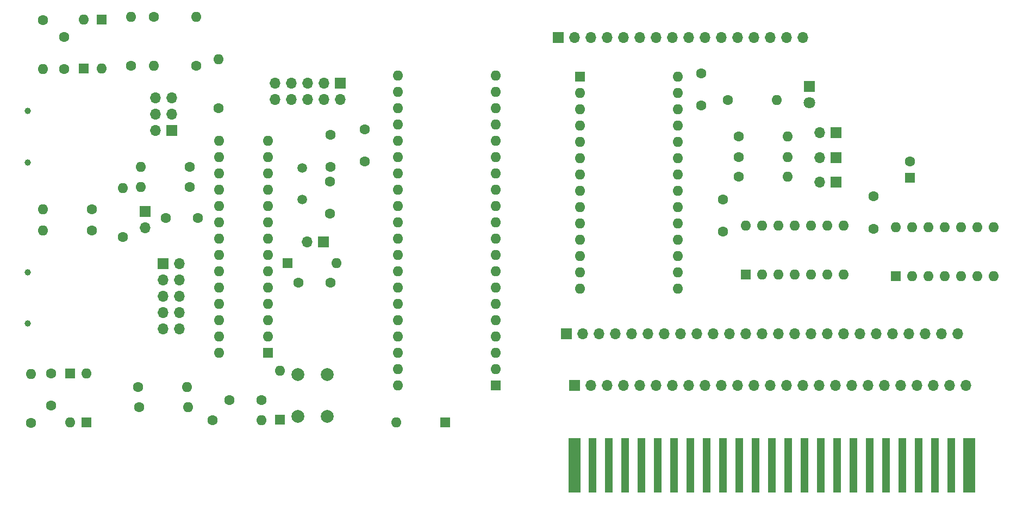
<source format=gbr>
G04 #@! TF.GenerationSoftware,KiCad,Pcbnew,(6.0.2)*
G04 #@! TF.CreationDate,2022-06-12T14:42:19-05:00*
G04 #@! TF.ProjectId,Apple2Card,4170706c-6532-4436-9172-642e6b696361,rev?*
G04 #@! TF.SameCoordinates,Original*
G04 #@! TF.FileFunction,Soldermask,Bot*
G04 #@! TF.FilePolarity,Negative*
%FSLAX46Y46*%
G04 Gerber Fmt 4.6, Leading zero omitted, Abs format (unit mm)*
G04 Created by KiCad (PCBNEW (6.0.2)) date 2022-06-12 14:42:19*
%MOMM*%
%LPD*%
G01*
G04 APERTURE LIST*
%ADD10C,1.600000*%
%ADD11O,1.600000X1.600000*%
%ADD12R,1.600000X1.600000*%
%ADD13C,1.000000*%
%ADD14R,1.700000X1.700000*%
%ADD15O,1.700000X1.700000*%
%ADD16R,1.910000X8.530000*%
%ADD17R,1.270000X8.530000*%
%ADD18C,1.500000*%
%ADD19C,2.000000*%
%ADD20R,1.800000X1.800000*%
%ADD21C,1.800000*%
G04 APERTURE END LIST*
D10*
X82310000Y-59830000D03*
X82310000Y-54830000D03*
X61468000Y-36830000D03*
D11*
X61468000Y-29210000D03*
D12*
X100190000Y-92370000D03*
D11*
X92570000Y-92370000D03*
D10*
X52525000Y-90000000D03*
D11*
X60145000Y-90000000D03*
D10*
X52415000Y-86850000D03*
D11*
X60035000Y-86850000D03*
D12*
X41790000Y-84750000D03*
D11*
X41790000Y-92370000D03*
D10*
X140120000Y-42940000D03*
X140120000Y-37940000D03*
D13*
X35220000Y-68960000D03*
X35220000Y-76960000D03*
D12*
X75692000Y-67564000D03*
D11*
X83312000Y-67564000D03*
D10*
X143480000Y-62580000D03*
X143480000Y-57580000D03*
D14*
X53470000Y-59480000D03*
D15*
X53470000Y-62020000D03*
D10*
X77340000Y-70610000D03*
X82340000Y-70610000D03*
X40894000Y-37300000D03*
X40894000Y-32300000D03*
D14*
X161080000Y-47190000D03*
D15*
X158540000Y-47190000D03*
D10*
X145920000Y-54080000D03*
D11*
X153540000Y-54080000D03*
D16*
X181864000Y-99060000D03*
D17*
X179070000Y-99060000D03*
X176530000Y-99060000D03*
X173990000Y-99060000D03*
X171450000Y-99060000D03*
X168910000Y-99060000D03*
X166370000Y-99060000D03*
X163830000Y-99060000D03*
X161290000Y-99060000D03*
X158750000Y-99060000D03*
X156210000Y-99060000D03*
X153670000Y-99060000D03*
X151130000Y-99060000D03*
X148590000Y-99060000D03*
X146050000Y-99060000D03*
X143510000Y-99060000D03*
X140970000Y-99060000D03*
X138430000Y-99060000D03*
X135890000Y-99060000D03*
X133350000Y-99060000D03*
X130810000Y-99060000D03*
X128270000Y-99060000D03*
X125730000Y-99060000D03*
X123190000Y-99060000D03*
D16*
X120396000Y-99060000D03*
D10*
X45212000Y-62484000D03*
D11*
X37592000Y-62484000D03*
D12*
X46736000Y-29560000D03*
D11*
X46736000Y-37180000D03*
D12*
X72640000Y-81530000D03*
D11*
X72640000Y-78990000D03*
X72640000Y-76450000D03*
X72640000Y-73910000D03*
X72640000Y-71370000D03*
X72640000Y-68830000D03*
X72640000Y-66290000D03*
X72640000Y-63750000D03*
X72640000Y-61210000D03*
X72640000Y-58670000D03*
X72640000Y-56130000D03*
X72640000Y-53590000D03*
X72640000Y-51050000D03*
X72640000Y-48510000D03*
X65020000Y-48510000D03*
X65020000Y-51050000D03*
X65020000Y-53590000D03*
X65020000Y-56130000D03*
X65020000Y-58670000D03*
X65020000Y-61210000D03*
X65020000Y-63750000D03*
X65020000Y-66290000D03*
X65020000Y-68830000D03*
X65020000Y-71370000D03*
X65020000Y-73910000D03*
X65020000Y-76450000D03*
X65020000Y-78990000D03*
X65020000Y-81530000D03*
D18*
X77960000Y-52720000D03*
X77960000Y-57600000D03*
D14*
X56300000Y-67640000D03*
D15*
X58840000Y-67640000D03*
X56300000Y-70180000D03*
X58840000Y-70180000D03*
X56300000Y-72720000D03*
X58840000Y-72720000D03*
X56300000Y-75260000D03*
X58840000Y-75260000D03*
X56300000Y-77800000D03*
X58840000Y-77800000D03*
D14*
X120396000Y-86614000D03*
D15*
X122936000Y-86614000D03*
X125476000Y-86614000D03*
X128016000Y-86614000D03*
X130556000Y-86614000D03*
X133096000Y-86614000D03*
X135636000Y-86614000D03*
X138176000Y-86614000D03*
X140716000Y-86614000D03*
X143256000Y-86614000D03*
X145796000Y-86614000D03*
X148336000Y-86614000D03*
X150876000Y-86614000D03*
X153416000Y-86614000D03*
X155956000Y-86614000D03*
X158496000Y-86614000D03*
X161036000Y-86614000D03*
X163576000Y-86614000D03*
X166116000Y-86614000D03*
X168656000Y-86614000D03*
X171196000Y-86614000D03*
X173736000Y-86614000D03*
X176276000Y-86614000D03*
X178816000Y-86614000D03*
X181356000Y-86614000D03*
D14*
X119130000Y-78510000D03*
D15*
X121670000Y-78510000D03*
X124210000Y-78510000D03*
X126750000Y-78510000D03*
X129290000Y-78510000D03*
X131830000Y-78510000D03*
X134370000Y-78510000D03*
X136910000Y-78510000D03*
X139450000Y-78510000D03*
X141990000Y-78510000D03*
X144530000Y-78510000D03*
X147070000Y-78510000D03*
X149610000Y-78510000D03*
X152150000Y-78510000D03*
X154690000Y-78510000D03*
X157230000Y-78510000D03*
X159770000Y-78510000D03*
X162310000Y-78510000D03*
X164850000Y-78510000D03*
X167390000Y-78510000D03*
X169930000Y-78510000D03*
X172470000Y-78510000D03*
X175010000Y-78510000D03*
X177550000Y-78510000D03*
X180090000Y-78510000D03*
D10*
X51308000Y-36830000D03*
D11*
X51308000Y-29210000D03*
D10*
X145940000Y-50970000D03*
D11*
X153560000Y-50970000D03*
D12*
X147066000Y-69342000D03*
D11*
X149606000Y-69342000D03*
X152146000Y-69342000D03*
X154686000Y-69342000D03*
X157226000Y-69342000D03*
X159766000Y-69342000D03*
X162306000Y-69342000D03*
X162306000Y-61722000D03*
X159766000Y-61722000D03*
X157226000Y-61722000D03*
X154686000Y-61722000D03*
X152146000Y-61722000D03*
X149606000Y-61722000D03*
X147066000Y-61722000D03*
D13*
X35182000Y-43818000D03*
X35182000Y-51818000D03*
D10*
X64000000Y-92000000D03*
D11*
X71620000Y-92000000D03*
D12*
X108080000Y-86580000D03*
D11*
X108080000Y-84040000D03*
X108080000Y-81500000D03*
X108080000Y-78960000D03*
X108080000Y-76420000D03*
X108080000Y-73880000D03*
X108080000Y-71340000D03*
X108080000Y-68800000D03*
X108080000Y-66260000D03*
X108080000Y-63720000D03*
X108080000Y-61180000D03*
X108080000Y-58640000D03*
X108080000Y-56100000D03*
X108080000Y-53560000D03*
X108080000Y-51020000D03*
X108080000Y-48480000D03*
X108080000Y-45940000D03*
X108080000Y-43400000D03*
X108080000Y-40860000D03*
X108080000Y-38320000D03*
X92840000Y-38320000D03*
X92840000Y-40860000D03*
X92840000Y-43400000D03*
X92840000Y-45940000D03*
X92840000Y-48480000D03*
X92840000Y-51020000D03*
X92840000Y-53560000D03*
X92840000Y-56100000D03*
X92840000Y-58640000D03*
X92840000Y-61180000D03*
X92840000Y-63720000D03*
X92840000Y-66260000D03*
X92840000Y-68800000D03*
X92840000Y-71340000D03*
X92840000Y-73880000D03*
X92840000Y-76420000D03*
X92840000Y-78960000D03*
X92840000Y-81500000D03*
X92840000Y-84040000D03*
X92840000Y-86580000D03*
D10*
X37592000Y-29718000D03*
D11*
X37592000Y-37338000D03*
D10*
X38880000Y-84740000D03*
X38880000Y-89740000D03*
D12*
X74460000Y-91880000D03*
D11*
X74460000Y-84260000D03*
D12*
X170429000Y-69586000D03*
D11*
X172969000Y-69586000D03*
X175509000Y-69586000D03*
X178049000Y-69586000D03*
X180589000Y-69586000D03*
X183129000Y-69586000D03*
X185669000Y-69586000D03*
X185669000Y-61966000D03*
X183129000Y-61966000D03*
X180589000Y-61966000D03*
X178049000Y-61966000D03*
X175509000Y-61966000D03*
X172969000Y-61966000D03*
X170429000Y-61966000D03*
D10*
X145990000Y-47780000D03*
D11*
X153610000Y-47780000D03*
D14*
X81280000Y-64262000D03*
D15*
X78740000Y-64262000D03*
D14*
X161085000Y-51100000D03*
D15*
X158545000Y-51100000D03*
D10*
X50050000Y-63450000D03*
D11*
X50050000Y-55830000D03*
D10*
X66600000Y-88900000D03*
X71600000Y-88900000D03*
X82340000Y-52550000D03*
X82340000Y-47550000D03*
X144272000Y-42164000D03*
D11*
X151892000Y-42164000D03*
D19*
X77320000Y-84880000D03*
X77320000Y-91380000D03*
X81820000Y-91380000D03*
X81820000Y-84880000D03*
D10*
X64910000Y-43434000D03*
D11*
X64910000Y-35814000D03*
D12*
X121235000Y-38515000D03*
D11*
X121235000Y-41055000D03*
X121235000Y-43595000D03*
X121235000Y-46135000D03*
X121235000Y-48675000D03*
X121235000Y-51215000D03*
X121235000Y-53755000D03*
X121235000Y-56295000D03*
X121235000Y-58835000D03*
X121235000Y-61375000D03*
X121235000Y-63915000D03*
X121235000Y-66455000D03*
X121235000Y-68995000D03*
X121235000Y-71535000D03*
X136475000Y-71535000D03*
X136475000Y-68995000D03*
X136475000Y-66455000D03*
X136475000Y-63915000D03*
X136475000Y-61375000D03*
X136475000Y-58835000D03*
X136475000Y-56295000D03*
X136475000Y-53755000D03*
X136475000Y-51215000D03*
X136475000Y-48675000D03*
X136475000Y-46135000D03*
X136475000Y-43595000D03*
X136475000Y-41055000D03*
X136475000Y-38515000D03*
D12*
X44380000Y-92370000D03*
D11*
X44380000Y-84750000D03*
D10*
X60420000Y-55680000D03*
D11*
X52800000Y-55680000D03*
D20*
X156960000Y-40020000D03*
D21*
X156960000Y-42560000D03*
D10*
X45212000Y-59182000D03*
D11*
X37592000Y-59182000D03*
D10*
X54864000Y-29210000D03*
D11*
X54864000Y-36830000D03*
D14*
X161080000Y-54870000D03*
D15*
X158540000Y-54870000D03*
D14*
X117830000Y-32370000D03*
D15*
X120370000Y-32370000D03*
X122910000Y-32370000D03*
X125450000Y-32370000D03*
X127990000Y-32370000D03*
X130530000Y-32370000D03*
X133070000Y-32370000D03*
X135610000Y-32370000D03*
X138150000Y-32370000D03*
X140690000Y-32370000D03*
X143230000Y-32370000D03*
X145770000Y-32370000D03*
X148310000Y-32370000D03*
X150850000Y-32370000D03*
X153390000Y-32370000D03*
X155930000Y-32370000D03*
D14*
X57605000Y-46895000D03*
D15*
X55065000Y-46895000D03*
X57605000Y-44355000D03*
X55065000Y-44355000D03*
X57605000Y-41815000D03*
X55065000Y-41815000D03*
D10*
X166920000Y-62150000D03*
X166920000Y-57150000D03*
X35750000Y-92380000D03*
D11*
X35750000Y-84760000D03*
D14*
X83900000Y-39480000D03*
D15*
X83900000Y-42020000D03*
X81360000Y-39480000D03*
X81360000Y-42020000D03*
X78820000Y-39480000D03*
X78820000Y-42020000D03*
X76280000Y-39480000D03*
X76280000Y-42020000D03*
X73740000Y-39480000D03*
X73740000Y-42020000D03*
D10*
X87730000Y-51700000D03*
X87730000Y-46700000D03*
D12*
X172620000Y-54190000D03*
D10*
X172620000Y-51690000D03*
X60420000Y-52570000D03*
D11*
X52800000Y-52570000D03*
D10*
X61730000Y-60520000D03*
X56730000Y-60520000D03*
D12*
X43942000Y-37200000D03*
D11*
X43942000Y-29580000D03*
M02*

</source>
